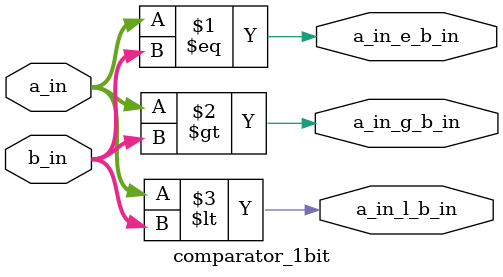
<source format=v>
`timescale 1ns / 1ps


module comparator_1bit #(parameter DATA_WIDTH=4)
                        (input [DATA_WIDTH-1:0] a_in,
                         input [DATA_WIDTH-1:0] b_in,
                         output  a_in_g_b_in,
                         output  a_in_e_b_in,
                         output  a_in_l_b_in);
                        
assign a_in_e_b_in=(a_in ==b_in);
assign a_in_g_b_in=(a_in>b_in);
assign a_in_l_b_in=(a_in<b_in);
endmodule

</source>
